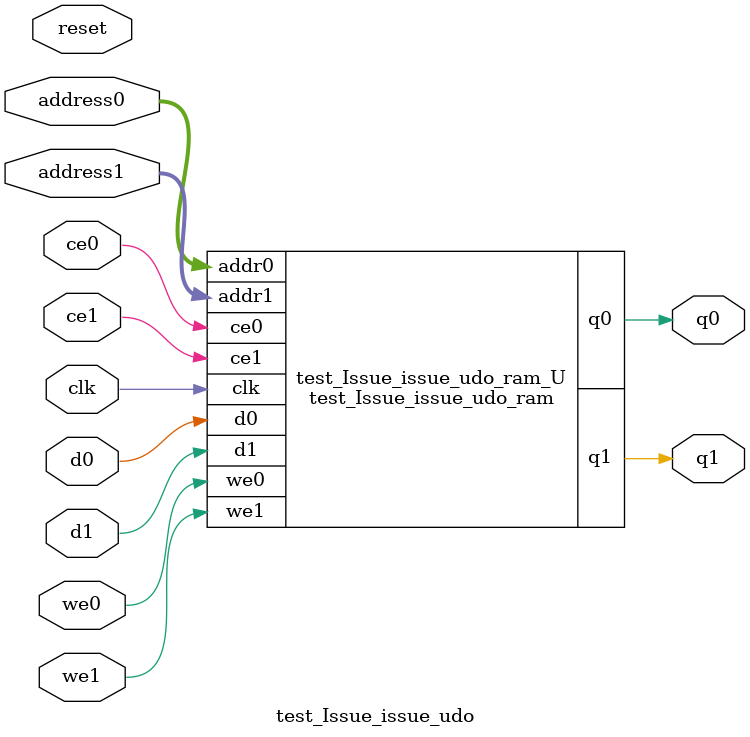
<source format=v>

`timescale 1 ns / 1 ps
module test_Issue_issue_udo_ram (addr0, ce0, d0, we0, q0, addr1, ce1, d1, we1, q1,  clk);

parameter DWIDTH = 1;
parameter AWIDTH = 2;
parameter MEM_SIZE = 4;

input[AWIDTH-1:0] addr0;
input ce0;
input[DWIDTH-1:0] d0;
input we0;
output reg[DWIDTH-1:0] q0;
input[AWIDTH-1:0] addr1;
input ce1;
input[DWIDTH-1:0] d1;
input we1;
output reg[DWIDTH-1:0] q1;
input clk;

(* ram_style = "block" *)reg [DWIDTH-1:0] ram[0:MEM_SIZE-1];




always @(posedge clk)  
begin 
    if (ce0) 
    begin
        if (we0) 
        begin 
            ram[addr0] <= d0; 
            q0 <= d0;
        end 
        else 
            q0 <= ram[addr0];
    end
end


always @(posedge clk)  
begin 
    if (ce1) 
    begin
        if (we1) 
        begin 
            ram[addr1] <= d1; 
            q1 <= d1;
        end 
        else 
            q1 <= ram[addr1];
    end
end


endmodule


`timescale 1 ns / 1 ps
module test_Issue_issue_udo(
    reset,
    clk,
    address0,
    ce0,
    we0,
    d0,
    q0,
    address1,
    ce1,
    we1,
    d1,
    q1);

parameter DataWidth = 32'd1;
parameter AddressRange = 32'd4;
parameter AddressWidth = 32'd2;
input reset;
input clk;
input[AddressWidth - 1:0] address0;
input ce0;
input we0;
input[DataWidth - 1:0] d0;
output[DataWidth - 1:0] q0;
input[AddressWidth - 1:0] address1;
input ce1;
input we1;
input[DataWidth - 1:0] d1;
output[DataWidth - 1:0] q1;



test_Issue_issue_udo_ram test_Issue_issue_udo_ram_U(
    .clk( clk ),
    .addr0( address0 ),
    .ce0( ce0 ),
    .we0( we0 ),
    .d0( d0 ),
    .q0( q0 ),
    .addr1( address1 ),
    .ce1( ce1 ),
    .we1( we1 ),
    .d1( d1 ),
    .q1( q1 ));

endmodule


</source>
